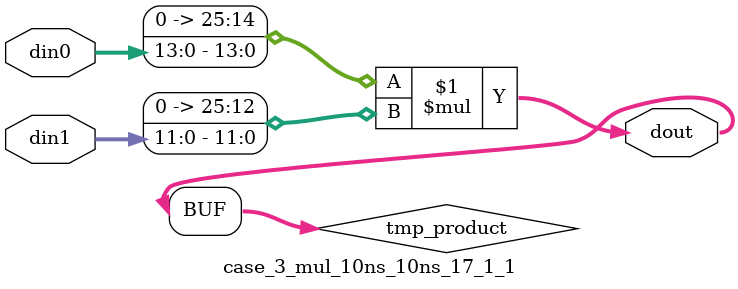
<source format=v>

`timescale 1 ns / 1 ps

 (* use_dsp = "no" *)  module case_3_mul_10ns_10ns_17_1_1(din0, din1, dout);
parameter ID = 1;
parameter NUM_STAGE = 0;
parameter din0_WIDTH = 14;
parameter din1_WIDTH = 12;
parameter dout_WIDTH = 26;

input [din0_WIDTH - 1 : 0] din0; 
input [din1_WIDTH - 1 : 0] din1; 
output [dout_WIDTH - 1 : 0] dout;

wire signed [dout_WIDTH - 1 : 0] tmp_product;
























assign tmp_product = $signed({1'b0, din0}) * $signed({1'b0, din1});











assign dout = tmp_product;





















endmodule

</source>
